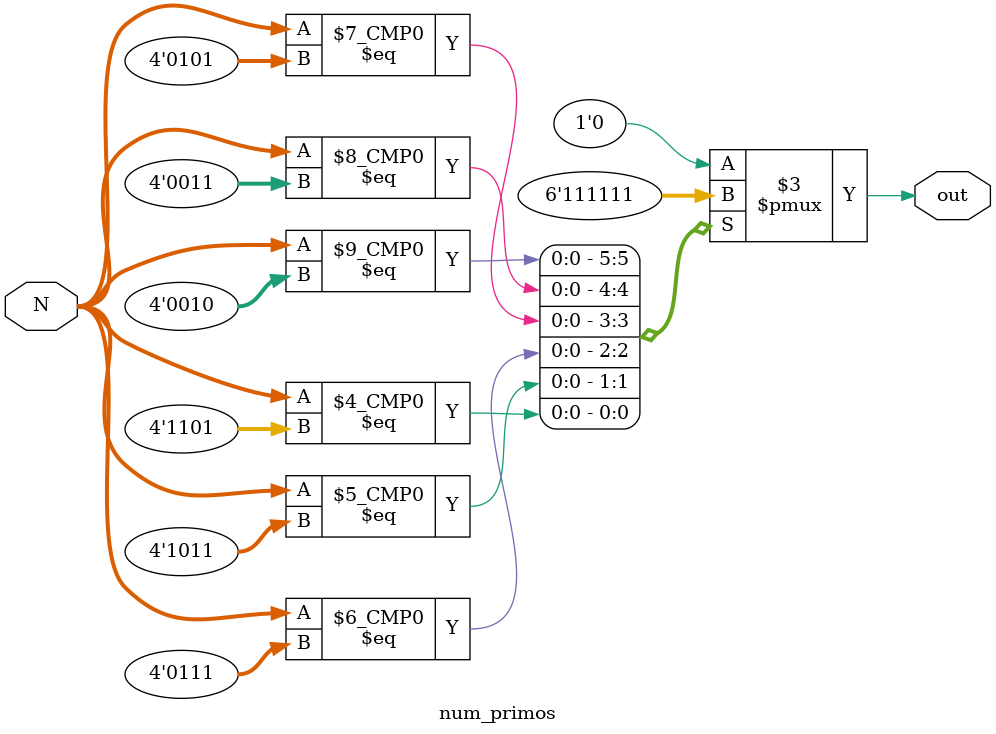
<source format=v>
module num_primos(
input [3:0] N,
output reg out
);


always @(*)
begin
    case(N)
    2: out = 1;
    3: out = 1;
    5: out = 1;
    7: out = 1;
    11: out = 1;
    13: out = 1;
    default: out = 0;


    endcase
    end
endmodule

</source>
